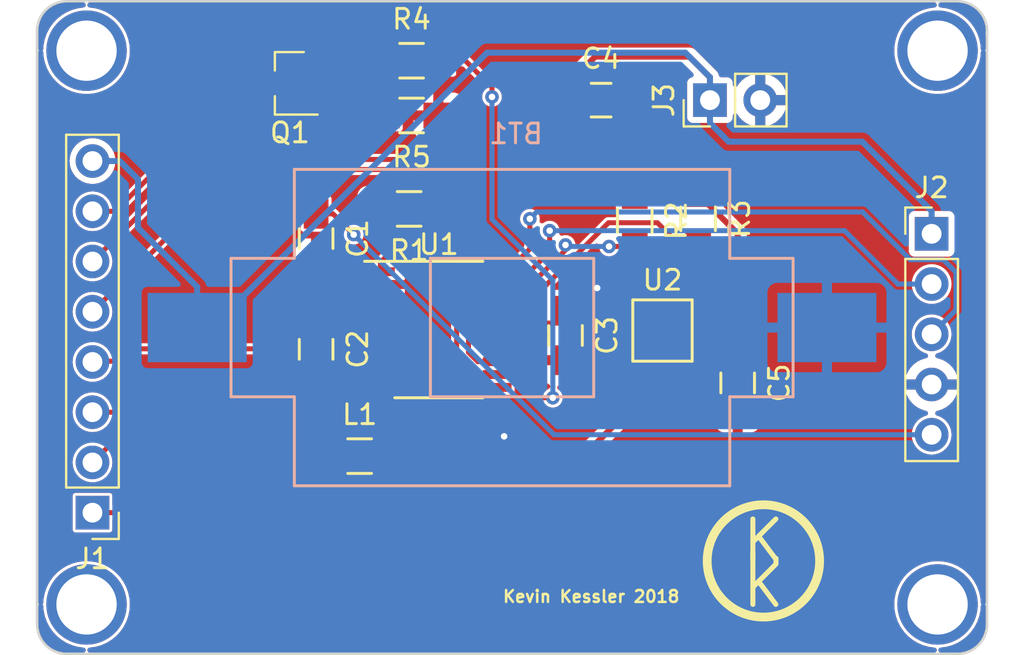
<source format=kicad_pcb>
(kicad_pcb (version 20221018) (generator pcbnew)
  (layers (0 "F.Cu" signal) (31 "B.Cu" signal) (34 "B.Paste" user) (35 "F.Paste" user) (36 "B.SilkS" user "B.Silkscreen") (37 "F.SilkS" user "F.Silkscreen") (38 "B.Mask" user) (39 "F.Mask" user) (44 "Edge.Cuts" user))
  (net 0 "")
  (net 1 "+3V3")
  (net 2 "GND")
  (net 3 "/NRST")
  (net 4 "Net-(C2-Pad1)")
  (net 5 "/BUSY")
  (net 6 "/RST")
  (net 7 "/DC")
  (net 8 "/SPI_CS")
  (net 9 "/SCK")
  (net 10 "/MOSI")
  (net 11 "/SWDIO")
  (net 12 "/SWCLK")
  (net 13 "Net-(R1-Pad1)")
  (net 14 "/SDA")
  (net 15 "/SCL")
  (net 16 "/EPD_GND")
  (net 17 "Net-(Q1-Pad1)")
  (net 18 "/EPD_POWER")
  (footprint "Capacitors_SMD:C_0805_HandSoldering" (layer "F.Cu") (at 114.1 92 -90)
    (fp_text reference "C1" (at 0 -2.1 270) (layer "F.SilkS"))
    (fp_text value "100n")
    (fp_line (start -0.5 0.85) (end 0.5 0.85) (stroke (width 0.15)) (layer "F.SilkS"))
    (fp_line (start 0.5 -0.85) (end -0.5 -0.85) (stroke (width 0.15)) (layer "F.SilkS"))
    (pad "1" smd rect (at -1.25 0 270) (size 1.5 1.25) (layers "F.Cu" "F.Paste" "F.Mask") (net 3 "/NRST"))
    (pad "2" smd rect (at 1.25 0 270) (size 1.5 1.25) (layers "F.Cu" "F.Paste" "F.Mask") (net 2 "GND"))
  )
  (footprint "Capacitors_SMD:C_0805_HandSoldering" (layer "F.Cu") (at 114.1 97.6 -90)
    (fp_text reference "C2" (at 0 -2.1 270) (layer "F.SilkS"))
    (fp_text value "100n")
    (fp_line (start -0.5 0.85) (end 0.5 0.85) (stroke (width 0.15)) (layer "F.SilkS"))
    (fp_line (start 0.5 -0.85) (end -0.5 -0.85) (stroke (width 0.15)) (layer "F.SilkS"))
    (pad "1" smd rect (at -1.25 0 270) (size 1.5 1.25) (layers "F.Cu" "F.Paste" "F.Mask") (net 4 "Net-(C2-Pad1)"))
    (pad "2" smd rect (at 1.25 0 270) (size 1.5 1.25) (layers "F.Cu" "F.Paste" "F.Mask") (net 2 "GND"))
  )
  (footprint "Capacitors_SMD:C_0805_HandSoldering" (layer "F.Cu") (at 126.7 96.9 -90)
    (fp_text reference "C3" (at 0 -2.1 270) (layer "F.SilkS"))
    (fp_text value "100n")
    (fp_line (start -0.5 0.85) (end 0.5 0.85) (stroke (width 0.15)) (layer "F.SilkS"))
    (fp_line (start 0.5 -0.85) (end -0.5 -0.85) (stroke (width 0.15)) (layer "F.SilkS"))
    (pad "1" smd rect (at -1.25 0 270) (size 1.5 1.25) (layers "F.Cu" "F.Paste" "F.Mask") (net 1 "+3V3"))
    (pad "2" smd rect (at 1.25 0 270) (size 1.5 1.25) (layers "F.Cu" "F.Paste" "F.Mask") (net 2 "GND"))
  )
  (footprint "Capacitors_SMD:C_0805_HandSoldering" (layer "F.Cu") (at 128.5 85)
    (fp_text reference "C4" (at 0 -2.1) (layer "F.SilkS"))
    (fp_text value "10u")
    (fp_line (start -0.5 0.85) (end 0.5 0.85) (stroke (width 0.15)) (layer "F.SilkS"))
    (fp_line (start 0.5 -0.85) (end -0.5 -0.85) (stroke (width 0.15)) (layer "F.SilkS"))
    (pad "1" smd rect (at -1.25 0) (size 1.5 1.25) (layers "F.Cu" "F.Paste" "F.Mask") (net 1 "+3V3"))
    (pad "2" smd rect (at 1.25 0) (size 1.5 1.25) (layers "F.Cu" "F.Paste" "F.Mask") (net 2 "GND"))
  )
  (footprint "Capacitors_SMD:C_0805_HandSoldering" (layer "F.Cu") (at 135.4 99.3 -90)
    (fp_text reference "C5" (at 0 -2.1 270) (layer "F.SilkS"))
    (fp_text value "100n")
    (fp_line (start -0.5 0.85) (end 0.5 0.85) (stroke (width 0.15)) (layer "F.SilkS"))
    (fp_line (start 0.5 -0.85) (end -0.5 -0.85) (stroke (width 0.15)) (layer "F.SilkS"))
    (pad "1" smd rect (at -1.25 0 270) (size 1.5 1.25) (layers "F.Cu" "F.Paste" "F.Mask") (net 1 "+3V3"))
    (pad "2" smd rect (at 1.25 0 270) (size 1.5 1.25) (layers "F.Cu" "F.Paste" "F.Mask") (net 2 "GND"))
  )
  (footprint "Pin_Headers:Pin_Header_Straight_1x08_Pitch2.54mm" (layer "F.Cu") (at 102.8 105.86 180)
    (fp_text reference "J1" (at 0 -2.33 180) (layer "F.SilkS"))
    (fp_text value "Conn_01x08")
    (fp_line (start -1.33 -1.33) (end 0 -1.33) (stroke (width 0.12)) (layer "F.SilkS"))
    (fp_line (start -1.33 0) (end -1.33 -1.33) (stroke (width 0.12)) (layer "F.SilkS"))
    (fp_line (start -1.33 1.27) (end -1.33 19.11) (stroke (width 0.12)) (layer "F.SilkS"))
    (fp_line (start -1.33 1.27) (end 1.33 1.27) (stroke (width 0.12)) (layer "F.SilkS"))
    (fp_line (start -1.33 19.11) (end 1.33 19.11) (stroke (width 0.12)) (layer "F.SilkS"))
    (fp_line (start 1.33 1.27) (end 1.33 19.11) (stroke (width 0.12)) (layer "F.SilkS"))
    (pad "1" thru_hole rect (at 0 0 180) (size 1.7 1.7) (drill 1) (layers "*.Cu" "*.Mask") (net 5 "/BUSY"))
    (pad "2" thru_hole oval (at 0 2.54 180) (size 1.7 1.7) (drill 1) (layers "*.Cu" "*.Mask") (net 6 "/RST"))
    (pad "3" thru_hole oval (at 0 5.08 180) (size 1.7 1.7) (drill 1) (layers "*.Cu" "*.Mask") (net 7 "/DC"))
    (pad "4" thru_hole oval (at 0 7.62 180) (size 1.7 1.7) (drill 1) (layers "*.Cu" "*.Mask") (net 8 "/SPI_CS"))
    (pad "5" thru_hole oval (at 0 10.16 180) (size 1.7 1.7) (drill 1) (layers "*.Cu" "*.Mask") (net 9 "/SCK"))
    (pad "6" thru_hole oval (at 0 12.7 180) (size 1.7 1.7) (drill 1) (layers "*.Cu" "*.Mask") (net 10 "/MOSI"))
    (pad "7" thru_hole oval (at 0 15.24 180) (size 1.7 1.7) (drill 1) (layers "*.Cu" "*.Mask") (net 16 "/EPD_GND"))
    (pad "8" thru_hole oval (at 0 17.78 180) (size 1.7 1.7) (drill 1) (layers "*.Cu" "*.Mask") (net 1 "+3V3"))
  )
  (footprint "Pin_Headers:Pin_Header_Straight_1x05_Pitch2.54mm" (layer "F.Cu") (at 145.2 91.76)
    (fp_text reference "J2" (at 0 -2.33) (layer "F.SilkS"))
    (fp_text value "Conn_01x05")
    (fp_line (start -1.33 -1.33) (end 0 -1.33) (stroke (width 0.12)) (layer "F.SilkS"))
    (fp_line (start -1.33 0) (end -1.33 -1.33) (stroke (width 0.12)) (layer "F.SilkS"))
    (fp_line (start -1.33 1.27) (end -1.33 11.49) (stroke (width 0.12)) (layer "F.SilkS"))
    (fp_line (start -1.33 1.27) (end 1.33 1.27) (stroke (width 0.12)) (layer "F.SilkS"))
    (fp_line (start -1.33 11.49) (end 1.33 11.49) (stroke (width 0.12)) (layer "F.SilkS"))
    (fp_line (start 1.33 1.27) (end 1.33 11.49) (stroke (width 0.12)) (layer "F.SilkS"))
    (pad "1" thru_hole rect (at 0 0) (size 1.7 1.7) (drill 1) (layers "*.Cu" "*.Mask") (net 1 "+3V3"))
    (pad "2" thru_hole oval (at 0 2.54) (size 1.7 1.7) (drill 1) (layers "*.Cu" "*.Mask") (net 11 "/SWDIO"))
    (pad "3" thru_hole oval (at 0 5.08) (size 1.7 1.7) (drill 1) (layers "*.Cu" "*.Mask") (net 12 "/SWCLK"))
    (pad "4" thru_hole oval (at 0 7.62) (size 1.7 1.7) (drill 1) (layers "*.Cu" "*.Mask") (net 2 "GND"))
    (pad "5" thru_hole oval (at 0 10.16) (size 1.7 1.7) (drill 1) (layers "*.Cu" "*.Mask") (net 3 "/NRST"))
  )
  (footprint "Pin_Headers:Pin_Header_Straight_1x02_Pitch2.54mm" (layer "F.Cu") (at 134 85 90)
    (fp_text reference "J3" (at 0 -2.33 90) (layer "F.SilkS"))
    (fp_text value "Conn_01x02")
    (fp_line (start -1.33 -1.33) (end 0 -1.33) (stroke (width 0.12)) (layer "F.SilkS"))
    (fp_line (start -1.33 0) (end -1.33 -1.33) (stroke (width 0.12)) (layer "F.SilkS"))
    (fp_line (start -1.33 1.27) (end -1.33 3.87) (stroke (width 0.12)) (layer "F.SilkS"))
    (fp_line (start -1.33 1.27) (end 1.33 1.27) (stroke (width 0.12)) (layer "F.SilkS"))
    (fp_line (start -1.33 3.87) (end 1.33 3.87) (stroke (width 0.12)) (layer "F.SilkS"))
    (fp_line (start 1.33 1.27) (end 1.33 3.87) (stroke (width 0.12)) (layer "F.SilkS"))
    (pad "1" thru_hole rect (at 0 0 90) (size 1.7 1.7) (drill 1) (layers "*.Cu" "*.Mask") (net 1 "+3V3"))
    (pad "2" thru_hole oval (at 0 2.54 90) (size 1.7 1.7) (drill 1) (layers "*.Cu" "*.Mask") (net 2 "GND"))
  )
  (footprint "Resistors_SMD:R_0805_HandSoldering" (layer "F.Cu") (at 116.3 103)
    (fp_text reference "L1" (at 0 -2.1) (layer "F.SilkS"))
    (fp_text value "600Ohm")
    (fp_line (start -0.6 -0.875) (end 0.6 -0.875) (stroke (width 0.15)) (layer "F.SilkS"))
    (fp_line (start 0.6 0.875) (end -0.6 0.875) (stroke (width 0.15)) (layer "F.SilkS"))
    (pad "1" smd rect (at -1.35 0) (size 1.5 1.3) (layers "F.Cu" "F.Paste" "F.Mask") (net 1 "+3V3"))
    (pad "2" smd rect (at 1.35 0) (size 1.5 1.3) (layers "F.Cu" "F.Paste" "F.Mask") (net 4 "Net-(C2-Pad1)"))
  )
  (footprint "KevinLibrary:TH-M3" (layer "F.Cu") (at 145.5 110.5)
    (fp_text reference "MP1" hide)
    (fp_text value "MOUNTHOLE" hide)
    (pad "" np_thru_hole circle (at 0 0) (size 4.064 4.064) (drill 3.048) (layers "*.Cu" "*.Mask"))
  )
  (footprint "KevinLibrary:TH-M3" (layer "F.Cu") (at 102.5 82.5)
    (fp_text reference "MP2" hide)
    (fp_text value "MOUNTHOLE" hide)
    (pad "" np_thru_hole circle (at 0 0) (size 4.064 4.064) (drill 3.048) (layers "*.Cu" "*.Mask"))
  )
  (footprint "KevinLibrary:TH-M3" (layer "F.Cu") (at 102.5 110.5)
    (fp_text reference "MP3" hide)
    (fp_text value "MOUNTHOLE" hide)
    (pad "" np_thru_hole circle (at 0 0) (size 4.064 4.064) (drill 3.048) (layers "*.Cu" "*.Mask"))
  )
  (footprint "KevinLibrary:TH-M3" (layer "F.Cu") (at 145.5 82.5)
    (fp_text reference "MP4" hide)
    (fp_text value "MOUNTHOLE" hide)
    (pad "" np_thru_hole circle (at 0 0) (size 4.064 4.064) (drill 3.048) (layers "*.Cu" "*.Mask"))
  )
  (footprint "Resistors_SMD:R_0805_HandSoldering" (layer "F.Cu") (at 118.8 90.5 180)
    (fp_text reference "R1" (at 0 -2.1 180) (layer "F.SilkS"))
    (fp_text value "10K")
    (fp_line (start -0.6 -0.875) (end 0.6 -0.875) (stroke (width 0.15)) (layer "F.SilkS"))
    (fp_line (start 0.6 0.875) (end -0.6 0.875) (stroke (width 0.15)) (layer "F.SilkS"))
    (pad "1" smd rect (at -1.35 0 180) (size 1.5 1.3) (layers "F.Cu" "F.Paste" "F.Mask") (net 13 "Net-(R1-Pad1)"))
    (pad "2" smd rect (at 1.35 0 180) (size 1.5 1.3) (layers "F.Cu" "F.Paste" "F.Mask") (net 2 "GND"))
  )
  (footprint "Resistors_SMD:R_0805_HandSoldering" (layer "F.Cu") (at 130.2 91.1 -90)
    (fp_text reference "R2" (at 0 -2.1 270) (layer "F.SilkS"))
    (fp_text value "10K")
    (fp_line (start -0.6 -0.875) (end 0.6 -0.875) (stroke (width 0.15)) (layer "F.SilkS"))
    (fp_line (start 0.6 0.875) (end -0.6 0.875) (stroke (width 0.15)) (layer "F.SilkS"))
    (pad "1" smd rect (at -1.35 0 270) (size 1.5 1.3) (layers "F.Cu" "F.Paste" "F.Mask") (net 1 "+3V3"))
    (pad "2" smd rect (at 1.35 0 270) (size 1.5 1.3) (layers "F.Cu" "F.Paste" "F.Mask") (net 14 "/SDA"))
  )
  (footprint "Resistors_SMD:R_0805_HandSoldering" (layer "F.Cu") (at 133.4 91 -90)
    (fp_text reference "R3" (at 0 -2.1 270) (layer "F.SilkS"))
    (fp_text value "10K")
    (fp_line (start -0.6 -0.875) (end 0.6 -0.875) (stroke (width 0.15)) (layer "F.SilkS"))
    (fp_line (start 0.6 0.875) (end -0.6 0.875) (stroke (width 0.15)) (layer "F.SilkS"))
    (pad "1" smd rect (at -1.35 0 270) (size 1.5 1.3) (layers "F.Cu" "F.Paste" "F.Mask") (net 1 "+3V3"))
    (pad "2" smd rect (at 1.35 0 270) (size 1.5 1.3) (layers "F.Cu" "F.Paste" "F.Mask") (net 15 "/SCL"))
  )
  (footprint "Housings_SSOP:TSSOP-20_4.4x6.5mm_Pitch0.65mm" (layer "F.Cu") (at 120.3 96.6)
    (fp_text reference "U1" (at 0 -4.3) (layer "F.SilkS"))
    (fp_text value "STM32L031Fx")
    (fp_line (start -3.75 -3.45) (end 2.225 -3.45) (stroke (width 0.15)) (layer "F.SilkS"))
    (fp_line (start -2.225 3.45) (end 2.225 3.45) (stroke (width 0.15)) (layer "F.SilkS"))
    (pad "1" smd rect (at -2.95 -2.925) (size 1.45 0.45) (layers "F.Cu" "F.Paste" "F.Mask") (net 13 "Net-(R1-Pad1)"))
    (pad "2" smd rect (at -2.95 -2.275) (size 1.45 0.45) (layers "F.Cu" "F.Paste" "F.Mask") (net 2 "GND"))
    (pad "3" smd rect (at -2.95 -1.625) (size 1.45 0.45) (layers "F.Cu" "F.Paste" "F.Mask") (net 2 "GND"))
    (pad "4" smd rect (at -2.95 -0.975) (size 1.45 0.45) (layers "F.Cu" "F.Paste" "F.Mask") (net 3 "/NRST"))
    (pad "5" smd rect (at -2.95 -0.325) (size 1.45 0.45) (layers "F.Cu" "F.Paste" "F.Mask") (net 4 "Net-(C2-Pad1)"))
    (pad "6" smd rect (at -2.95 0.325) (size 1.45 0.45) (layers "F.Cu" "F.Paste" "F.Mask") (net 2 "GND"))
    (pad "7" smd rect (at -2.95 0.975) (size 1.45 0.45) (layers "F.Cu" "F.Paste" "F.Mask") (net 8 "/SPI_CS"))
    (pad "8" smd rect (at -2.95 1.625) (size 1.45 0.45) (layers "F.Cu" "F.Paste" "F.Mask") (net 7 "/DC"))
    (pad "9" smd rect (at -2.95 2.275) (size 1.45 0.45) (layers "F.Cu" "F.Paste" "F.Mask") (net 6 "/RST"))
    (pad "10" smd rect (at -2.95 2.925) (size 1.45 0.45) (layers "F.Cu" "F.Paste" "F.Mask") (net 5 "/BUSY"))
    (pad "11" smd rect (at 2.95 2.925) (size 1.45 0.45) (layers "F.Cu" "F.Paste" "F.Mask") (net 9 "/SCK"))
    (pad "12" smd rect (at 2.95 2.275) (size 1.45 0.45) (layers "F.Cu" "F.Paste" "F.Mask") (net 18 "/EPD_POWER"))
    (pad "13" smd rect (at 2.95 1.625) (size 1.45 0.45) (layers "F.Cu" "F.Paste" "F.Mask") (net 10 "/MOSI"))
    (pad "14" smd rect (at 2.95 0.975) (size 1.45 0.45) (layers "F.Cu" "F.Paste" "F.Mask") (net 2 "GND"))
    (pad "15" smd rect (at 2.95 0.325) (size 1.45 0.45) (layers "F.Cu" "F.Paste" "F.Mask") (net 2 "GND"))
    (pad "16" smd rect (at 2.95 -0.325) (size 1.45 0.45) (layers "F.Cu" "F.Paste" "F.Mask") (net 1 "+3V3"))
    (pad "17" smd rect (at 2.95 -0.975) (size 1.45 0.45) (layers "F.Cu" "F.Paste" "F.Mask") (net 15 "/SCL"))
    (pad "18" smd rect (at 2.95 -1.625) (size 1.45 0.45) (layers "F.Cu" "F.Paste" "F.Mask") (net 14 "/SDA"))
    (pad "19" smd rect (at 2.95 -2.275) (size 1.45 0.45) (layers "F.Cu" "F.Paste" "F.Mask") (net 11 "/SWDIO"))
    (pad "20" smd rect (at 2.95 -2.925) (size 1.45 0.45) (layers "F.Cu" "F.Paste" "F.Mask") (net 12 "/SWCLK"))
  )
  (footprint "KevinLibrary:SI7021" (layer "F.Cu") (at 131.6 96.6)
    (fp_text reference "U2" (at 0 -2.5) (layer "F.SilkS"))
    (fp_text value "SI7021")
    (fp_line (start -1.5 -1.5) (end 1.5 -1.5) (stroke (width 0.15)) (layer "F.SilkS"))
    (fp_line (start -1.5 1.6) (end -1.5 -1.5) (stroke (width 0.15)) (layer "F.SilkS"))
    (fp_line (start 1.5 -1.5) (end 1.5 1.6) (stroke (width 0.15)) (layer "F.SilkS"))
    (fp_line (start 1.5 1.6) (end -1.5 1.6) (stroke (width 0.15)) (layer "F.SilkS"))
    (pad "" smd rect (at 0 0) (size 1.5 2.4) (layers "F.Cu" "F.Paste" "F.Mask"))
    (pad "1" smd rect (at -1.45 -1.025) (size 0.85 0.45) (layers "F.Cu" "F.Paste" "F.Mask") (net 14 "/SDA"))
    (pad "2" smd rect (at -1.45 0) (size 0.85 0.45) (layers "F.Cu" "F.Paste" "F.Mask") (net 2 "GND"))
    (pad "3" smd rect (at -1.45 1.025) (size 0.85 0.45) (layers "F.Cu" "F.Paste" "F.Mask"))
    (pad "4" smd rect (at 1.45 1.025) (size 0.85 0.45) (layers "F.Cu" "F.Paste" "F.Mask"))
    (pad "5" smd rect (at 1.455 0) (size 0.85 0.45) (layers "F.Cu" "F.Paste" "F.Mask") (net 1 "+3V3"))
    (pad "6" smd rect (at 1.45 -1.025) (size 0.85 0.45) (layers "F.Cu" "F.Paste" "F.Mask") (net 15 "/SCL"))
  )
  (footprint "KevinLibrary:VIA_13MIL" (layer "F.Cu") (at 128.3 94.5)
    (fp_text reference "REF**" hide)
    (fp_text value "VIA_13MIL" hide)
    (pad "1" thru_hole circle (at 0 0) (size 0.6858 0.6858) (drill 0.3302) (layers "*.Cu") (net 2 "GND"))
  )
  (footprint "KevinLibrary:VIA_13MIL" (layer "F.Cu") (at 123.6 102)
    (fp_text reference "REF**" hide)
    (fp_text value "VIA_13MIL" hide)
    (pad "1" thru_hole circle (at 0 0) (size 0.6858 0.6858) (drill 0.3302) (layers "*.Cu") (net 2 "GND"))
  )
  (footprint "KevinLibrary:Logo" (layer "F.Cu") (at 136.7 108.3)
    (fp_text reference "REF**" hide)
    (fp_text value "Logo" hide)
    (fp_text user "K" (at 0 -1.016) (layer "F.SilkS") (effects (font (size 2.032 2.032) (thickness 0.254))))
    (fp_text user "K" (at 0 1.27) (layer "F.SilkS") (effects (font (size 2.032 2.032) (thickness 0.254))))
    (fp_line (start -0.5334 -0.381) (end -0.5334 0.127) (stroke (width 0.254)) (layer "F.SilkS"))
    (fp_line (start 0.635 -0.127) (end 0.635 0.127) (stroke (width 0.254)) (layer "F.SilkS"))
    (fp_circle (center 0 0) (end 2.54 -1.27) (stroke (width 0.4445)) (fill none) (layer "F.SilkS"))
  )
  (footprint "TO_SOT_Packages_SMD:SOT-23" (layer "F.Cu") (at 112.776 84.1502 180)
    (fp_text reference "Q1" (at 0 -2.5 180) (layer "F.SilkS"))
    (fp_text value "IRLML6344")
    (fp_line (start 0.76 -1.58) (end -1.4 -1.58) (stroke (width 0.12)) (layer "F.SilkS"))
    (fp_line (start 0.76 -1.58) (end 0.76 -0.65) (stroke (width 0.12)) (layer "F.SilkS"))
    (fp_line (start 0.76 1.58) (end -0.7 1.58) (stroke (width 0.12)) (layer "F.SilkS"))
    (fp_line (start 0.76 1.58) (end 0.76 0.65) (stroke (width 0.12)) (layer "F.SilkS"))
    (pad "1" smd rect (at -1 -0.95 180) (size 0.9 0.8) (layers "F.Cu" "F.Paste" "F.Mask") (net 17 "Net-(Q1-Pad1)"))
    (pad "2" smd rect (at -1 0.95 180) (size 0.9 0.8) (layers "F.Cu" "F.Paste" "F.Mask") (net 2 "GND"))
    (pad "3" smd rect (at 1 0 180) (size 0.9 0.8) (layers "F.Cu" "F.Paste" "F.Mask") (net 16 "/EPD_GND"))
  )
  (footprint "Resistors_SMD:R_0805_HandSoldering" (layer "F.Cu") (at 118.9228 83.0072)
    (fp_text reference "R4" (at 0 -2.1) (layer "F.SilkS"))
    (fp_text value "100R")
    (fp_line (start -0.6 -0.875) (end 0.6 -0.875) (stroke (width 0.15)) (layer "F.SilkS"))
    (fp_line (start 0.6 0.875) (end -0.6 0.875) (stroke (width 0.15)) (layer "F.SilkS"))
    (pad "1" smd rect (at -1.35 0) (size 1.5 1.3) (layers "F.Cu" "F.Paste" "F.Mask") (net 17 "Net-(Q1-Pad1)"))
    (pad "2" smd rect (at 1.35 0) (size 1.5 1.3) (layers "F.Cu" "F.Paste" "F.Mask") (net 18 "/EPD_POWER"))
  )
  (footprint "Resistors_SMD:R_0805_HandSoldering" (layer "F.Cu") (at 118.9228 85.7758 180)
    (fp_text reference "R5" (at 0 -2.1 180) (layer "F.SilkS"))
    (fp_text value "100K")
    (fp_line (start -0.6 -0.875) (end 0.6 -0.875) (stroke (width 0.15)) (layer "F.SilkS"))
    (fp_line (start 0.6 0.875) (end -0.6 0.875) (stroke (width 0.15)) (layer "F.SilkS"))
    (pad "1" smd rect (at -1.35 0 180) (size 1.5 1.3) (layers "F.Cu" "F.Paste" "F.Mask") (net 2 "GND"))
    (pad "2" smd rect (at 1.35 0 180) (size 1.5 1.3) (layers "F.Cu" "F.Paste" "F.Mask") (net 17 "Net-(Q1-Pad1)"))
  )
  (footprint "KevinLibrary:CR2032_BATTERY_HOLDER" (layer "B.Cu") (at 124 96.5)
    (fp_text reference "BT1" (at 0.1989 -9.7964) (layer "B.SilkS") (effects (justify mirror)))
    (fp_text value "Battery_Cell")
    (fp_line (start -14.2 3.5) (end -14.2 -3.5) (stroke (width 0.15)) (layer "B.SilkS"))
    (fp_line (start -11 -8) (end -11 -3.5) (stroke (width 0.15)) (layer "B.SilkS"))
    (fp_line (start -11 -8) (end 11 -8) (stroke (width 0.15)) (layer "B.SilkS"))
    (fp_line (start -11 -3.5) (end -14.2 -3.5) (stroke (width 0.15)) (layer "B.SilkS"))
    (fp_line (start -11 3.5) (end -14.2 3.5) (stroke (width 0.15)) (layer "B.SilkS"))
    (fp_line (start -11 8) (end -11 3.5) (stroke (width 0.15)) (layer "B.SilkS"))
    (fp_line (start -11 8) (end 11 8) (stroke (width 0.15)) (layer "B.SilkS"))
    (fp_line (start -4.125 -3.5) (end -4.125 3.5) (stroke (width 0.15)) (layer "B.SilkS"))
    (fp_line (start -4.125 3.5) (end 4.125 3.5) (stroke (width 0.15)) (layer "B.SilkS"))
    (fp_line (start 4.125 -3.5) (end -4.125 -3.5) (stroke (width 0.15)) (layer "B.SilkS"))
    (fp_line (start 4.125 3.5) (end 4.125 -3.5) (stroke (width 0.15)) (layer "B.SilkS"))
    (fp_line (start 11 -8) (end 11 -3.5) (stroke (width 0.15)) (layer "B.SilkS"))
    (fp_line (start 11 -3.5) (end 14.2 -3.5) (stroke (width 0.15)) (layer "B.SilkS"))
    (fp_line (start 11 3.5) (end 14.2 3.5) (stroke (width 0.15)) (layer "B.SilkS"))
    (fp_line (start 11 8) (end 11 3.5) (stroke (width 0.15)) (layer "B.SilkS"))
    (fp_line (start 14.2 3.5) (end 14.2 -3.5) (stroke (width 0.15)) (layer "B.SilkS"))
    (pad "1" smd rect (at -15.91 0) (size 5 3.5) (layers "B.Cu" "B.Paste" "B.Mask") (net 1 "+3V3"))
    (pad "2" smd rect (at 15.91 0) (size 5 3.5) (layers "B.Cu" "B.Paste" "B.Mask") (net 2 "GND"))
  )
  (gr_line (start 100 81.5) (end 100 111.5) (stroke (width 0.127)) (layer "Edge.Cuts"))
  (gr_line (start 101.5 113) (end 146.5 113) (stroke (width 0.127)) (layer "Edge.Cuts"))
  (gr_arc (start 148 111.5) (mid 147.56066 112.56066) (end 146.5 113) (stroke (width 0.127)) (layer "Edge.Cuts"))
  (gr_arc (start 100 81.5) (mid 100.43934 80.43934) (end 101.5 80) (stroke (width 0.127)) (layer "Edge.Cuts"))
  (gr_arc (start 101.5 113) (mid 100.43934 112.56066) (end 100 111.5) (stroke (width 0.127)) (layer "Edge.Cuts"))
  (gr_arc (start 146.5 80) (mid 147.626032 80.509014) (end 147.987842 81.690597) (stroke (width 0.127)) (layer "Edge.Cuts"))
  (gr_line (start 101.5 80) (end 146.5 80) (stroke (width 0.127)) (layer "Edge.Cuts"))
  (gr_line (start 148 81.5) (end 148 111.5) (stroke (width 0.127)) (layer "Edge.Cuts"))
  (gr_text "Kevin Kessler 2018" (at 128 110.1) (layer "F.SilkS") (effects (font (size 0.6 0.6) (thickness 0.127))))
  (segment (start 126.7 95.65) (end 126.7 95.775) (width 0.3048) (layer "F.Cu") (net 1))
  (segment (start 130.2 89.75) (end 133.3 89.75) (width 0.3048) (layer "F.Cu") (net 1))
  (segment (start 127.25 85) (end 127.375 85) (width 0.3048) (layer "F.Cu") (net 1))
  (segment (start 114.95 103) (end 114.95 103.9548) (width 0.3048) (layer "F.Cu") (net 1))
  (segment (start 134 85) (end 134 83.8452) (width 0.3048) (layer "F.Cu") (net 1))
  (segment (start 126.075 96.275) (end 126.7 95.65) (width 0.254) (layer "F.Cu") (net 1))
  (segment (start 130.225 99.3) (end 133.2202 99.3) (width 0.3048) (layer "F.Cu") (net 1))
  (segment (start 133.95 96.6) (end 135.4 98.05) (width 0.3048) (layer "F.Cu") (net 1))
  (segment (start 130.2 87.825) (end 130.2 88.6952) (width 0.3048) (layer "F.Cu") (net 1))
  (segment (start 127.375 85) (end 130.2 87.825) (width 0.3048) (layer "F.Cu") (net 1))
  (segment (start 135.4 91.75) (end 135.4 96.9952) (width 0.3048) (layer "F.Cu") (net 1))
  (segment (start 127.25 83.75) (end 127.25 85) (width 0.3048) (layer "F.Cu") (net 1))
  (segment (start 130.2 88.6952) (end 130.2 89.75) (width 0.3048) (layer "F.Cu") (net 1))
  (segment (start 133.4 89.65) (end 133.4 89.75) (width 0.3048) (layer "F.Cu") (net 1))
  (segment (start 135.4 96.9952) (end 135.4 98.05) (width 0.3048) (layer "F.Cu") (net 1))
  (segment (start 114.95 103.9548) (end 115.7952 104.8) (width 0.3048) (layer "F.Cu") (net 1))
  (segment (start 126.7 95.775) (end 130.225 99.3) (width 0.3048) (layer "F.Cu") (net 1))
  (segment (start 134.4702 98.05) (end 135.4 98.05) (width 0.3048) (layer "F.Cu") (net 1))
  (segment (start 133.4 89.75) (end 135.4 91.75) (width 0.3048) (layer "F.Cu") (net 1))
  (segment (start 133.055 96.6) (end 133.95 96.6) (width 0.3048) (layer "F.Cu") (net 1))
  (segment (start 123.25 96.275) (end 126.075 96.275) (width 0.254) (layer "F.Cu") (net 1))
  (segment (start 115.7952 104.8) (end 125.8 104.8) (width 0.3048) (layer "F.Cu") (net 1))
  (segment (start 134 83.8452) (end 132.9548 82.8) (width 0.3048) (layer "F.Cu") (net 1))
  (segment (start 128.2 82.8) (end 127.25 83.75) (width 0.3048) (layer "F.Cu") (net 1))
  (segment (start 132.9548 82.8) (end 128.2 82.8) (width 0.3048) (layer "F.Cu") (net 1))
  (segment (start 133.3 89.75) (end 133.4 89.65) (width 0.3048) (layer "F.Cu") (net 1))
  (segment (start 133.2202 99.3) (end 134.4702 98.05) (width 0.3048) (layer "F.Cu") (net 1))
  (segment (start 125.8 104.8) (end 130.225 100.375) (width 0.3048) (layer "F.Cu") (net 1))
  (segment (start 130.225 100.375) (end 130.225 99.3) (width 0.3048) (layer "F.Cu") (net 1))
  (segment (start 108.84 96.5) (end 122.74 82.6) (width 0.3048) (layer "B.Cu") (net 1))
  (segment (start 108.09 94.4452) (end 105.1 91.4552) (width 0.3048) (layer "B.Cu") (net 1))
  (segment (start 134 83.8452) (end 134 85) (width 0.3048) (layer "B.Cu") (net 1))
  (segment (start 122.74 82.6) (end 132.7548 82.6) (width 0.3048) (layer "B.Cu") (net 1))
  (segment (start 105.1 89) (end 104.18 88.08) (width 0.3048) (layer "B.Cu") (net 1))
  (segment (start 104.18 88.08) (end 102.8 88.08) (width 0.3048) (layer "B.Cu") (net 1))
  (segment (start 108.09 96.5) (end 108.09 94.4452) (width 0.3048) (layer "B.Cu") (net 1))
  (segment (start 145.2 91.76) (end 145.2 90.6052) (width 0.3048) (layer "B.Cu") (net 1))
  (segment (start 134 86.1548) (end 134 85) (width 0.3048) (layer "B.Cu") (net 1))
  (segment (start 108.09 96.5) (end 108.84 96.5) (width 0.3048) (layer "B.Cu") (net 1))
  (segment (start 132.7548 82.6) (end 134 83.8452) (width 0.3048) (layer "B.Cu") (net 1))
  (segment (start 105.1 91.4552) (end 105.1 89) (width 0.3048) (layer "B.Cu") (net 1))
  (segment (start 134.9452 87.1) (end 134 86.1548) (width 0.3048) (layer "B.Cu") (net 1))
  (segment (start 145.2 90.6052) (end 141.6948 87.1) (width 0.3048) (layer "B.Cu") (net 1))
  (segment (start 141.6948 87.1) (end 134.9452 87.1) (width 0.3048) (layer "B.Cu") (net 1))
  (segment (start 125.821 98.15) (end 124.596 96.925) (width 0.254) (layer "F.Cu") (net 2))
  (segment (start 126.7 98.15) (end 125.821 98.15) (width 0.254) (layer "F.Cu") (net 2))
  (segment (start 124.596 96.925) (end 124.327242 96.925) (width 0.254) (layer "F.Cu") (net 2))
  (segment (start 115.106001 91.881001) (end 114.1 90.875) (width 0.254) (layer "F.Cu") (net 3))
  (segment (start 117.35 95.625) (end 116.371 95.625) (width 0.254) (layer "F.Cu") (net 3))
  (segment (start 116.371 95.625) (end 115.106001 94.360001) (width 0.254) (layer "F.Cu") (net 3))
  (segment (start 114.95 90.75) (end 116 91.8) (width 0.254) (layer "F.Cu") (net 3))
  (segment (start 114.1 90.75) (end 114.95 90.75) (width 0.254) (layer "F.Cu") (net 3))
  (segment (start 114.1 90.875) (end 114.1 90.75) (width 0.254) (layer "F.Cu") (net 3))
  (segment (start 115.106001 94.360001) (end 115.106001 91.881001) (width 0.254) (layer "F.Cu") (net 3))
  (via (at 116 91.8) (size 0.6858) (drill 0.3302) (layers "F.Cu" "B.Cu") (net 3))
  (segment (start 116 91.8) (end 126.12 101.92) (width 0.254) (layer "B.Cu") (net 3))
  (segment (start 126.12 101.92) (end 145.2 101.92) (width 0.254) (layer "B.Cu") (net 3))
  (segment (start 117.65 103) (end 117.65 102.096) (width 0.254) (layer "F.Cu") (net 4))
  (segment (start 118.329 96.275) (end 117.35 96.275) (width 0.254) (layer "F.Cu") (net 4))
  (segment (start 118.456001 96.402001) (end 118.329 96.275) (width 0.254) (layer "F.Cu") (net 4))
  (segment (start 118.456001 101.289999) (end 118.456001 96.402001) (width 0.254) (layer "F.Cu") (net 4))
  (segment (start 117.65 102.096) (end 118.456001 101.289999) (width 0.254) (layer "F.Cu") (net 4))
  (segment (start 114.175 96.275) (end 114.1 96.35) (width 0.254) (layer "F.Cu") (net 4))
  (segment (start 117.35 96.275) (end 114.175 96.275) (width 0.254) (layer "F.Cu") (net 4))
  (segment (start 114.181801 101.918199) (end 108.081801 101.918199) (width 0.254) (layer "F.Cu") (net 5))
  (segment (start 108.081801 101.918199) (end 104.14 105.86) (width 0.254) (layer "F.Cu") (net 5))
  (segment (start 117.35 99.525) (end 117.35 100.004) (width 0.254) (layer "F.Cu") (net 5))
  (segment (start 116.096 100.004) (end 114.181801 101.918199) (width 0.254) (layer "F.Cu") (net 5))
  (segment (start 117.35 100.004) (end 116.096 100.004) (width 0.254) (layer "F.Cu") (net 5))
  (segment (start 104.14 105.86) (end 102.8 105.86) (width 0.254) (layer "F.Cu") (net 5))
  (segment (start 103.649999 102.470001) (end 102.8 103.32) (width 0.254) (layer "F.Cu") (net 6))
  (segment (start 116.65025 98.875) (end 114.064261 101.460989) (width 0.254) (layer "F.Cu") (net 6))
  (segment (start 114.064261 101.460989) (end 104.659011 101.460989) (width 0.254) (layer "F.Cu") (net 6))
  (segment (start 104.659011 101.460989) (end 103.649999 102.470001) (width 0.254) (layer "F.Cu") (net 6))
  (segment (start 117.35 98.875) (end 116.65025 98.875) (width 0.254) (layer "F.Cu") (net 6))
  (segment (start 117.35 98.225) (end 116.371 98.225) (width 0.254) (layer "F.Cu") (net 7))
  (segment (start 115.106001 99.489999) (end 115.106001 99.844499) (width 0.254) (layer "F.Cu") (net 7))
  (segment (start 104.002081 100.78) (end 102.8 100.78) (width 0.254) (layer "F.Cu") (net 7))
  (segment (start 116.371 98.225) (end 115.106001 99.489999) (width 0.254) (layer "F.Cu") (net 7))
  (segment (start 115.106001 99.844499) (end 114.1705 100.78) (width 0.254) (layer "F.Cu") (net 7))
  (segment (start 114.1705 100.78) (end 104.002081 100.78) (width 0.254) (layer "F.Cu") (net 7))
  (segment (start 104.625 97.575) (end 104 98.2) (width 0.254) (layer "F.Cu") (net 8))
  (segment (start 102.84 98.2) (end 102.8 98.24) (width 0.254) (layer "F.Cu") (net 8))
  (segment (start 104 98.2) (end 102.84 98.2) (width 0.254) (layer "F.Cu") (net 8))
  (segment (start 117.35 97.575) (end 104.625 97.575) (width 0.254) (layer "F.Cu") (net 8))
  (segment (start 123.25 99.525) (end 122.271 99.525) (width 0.254) (layer "F.Cu") (net 9))
  (segment (start 121.2 91.7) (end 121.6 91.3) (width 0.254) (layer "F.Cu") (net 9))
  (segment (start 121.6 88.9) (end 121.208011 88.508011) (width 0.254) (layer "F.Cu") (net 9))
  (segment (start 122.271 99.525) (end 121.2 98.454) (width 0.254) (layer "F.Cu") (net 9))
  (segment (start 121.6 91.3) (end 121.6 88.9) (width 0.254) (layer "F.Cu") (net 9))
  (segment (start 103.649999 94.850001) (end 102.8 95.7) (width 0.254) (layer "F.Cu") (net 9))
  (segment (start 121.208011 88.508011) (end 109.991989 88.508011) (width 0.254) (layer "F.Cu") (net 9))
  (segment (start 121.2 98.454) (end 121.2 91.7) (width 0.254) (layer "F.Cu") (net 9))
  (segment (start 109.991989 88.508011) (end 103.649999 94.850001) (width 0.254) (layer "F.Cu") (net 9))
  (segment (start 103.649999 92.310001) (end 102.8 93.16) (width 0.254) (layer "F.Cu") (net 10))
  (segment (start 122.271 98.225) (end 121.8 97.754) (width 0.254) (layer "F.Cu") (net 10))
  (segment (start 120.82525 88) (end 107.96 88) (width 0.254) (layer "F.Cu") (net 10))
  (segment (start 120.831659 87.993591) (end 120.82525 88) (width 0.254) (layer "F.Cu") (net 10))
  (segment (start 123.25 98.225) (end 122.271 98.225) (width 0.254) (layer "F.Cu") (net 10))
  (segment (start 122.006411 91.468339) (end 122.006411 88.73166) (width 0.254) (layer "F.Cu") (net 10))
  (segment (start 121.8 91.67475) (end 122.006411 91.468339) (width 0.254) (layer "F.Cu") (net 10))
  (segment (start 122.006411 88.73166) (end 121.268341 87.993591) (width 0.254) (layer "F.Cu") (net 10))
  (segment (start 121.268341 87.993591) (end 120.831659 87.993591) (width 0.254) (layer "F.Cu") (net 10))
  (segment (start 121.8 97.754) (end 121.8 91.67475) (width 0.254) (layer "F.Cu") (net 10))
  (segment (start 107.96 88) (end 103.649999 92.310001) (width 0.254) (layer "F.Cu") (net 10))
  (segment (start 123.25 94.325) (end 124.235802 94.325) (width 0.254) (layer "F.Cu") (net 11))
  (segment (start 124.235802 94.325) (end 125.9 92.660802) (width 0.254) (layer "F.Cu") (net 11))
  (segment (start 125.9 92.660802) (end 125.9 91.6) (width 0.254) (layer "F.Cu") (net 11))
  (via (at 125.9 91.6) (size 0.6858) (drill 0.3302) (layers "F.Cu" "B.Cu") (net 11))
  (segment (start 125.9 91.6) (end 140.8 91.6) (width 0.254) (layer "B.Cu") (net 11))
  (segment (start 143.5 94.3) (end 145.2 94.3) (width 0.254) (layer "B.Cu") (net 11))
  (segment (start 140.8 91.6) (end 143.5 94.3) (width 0.254) (layer "B.Cu") (net 11))
  (segment (start 123.25 93.675) (end 123.75 93.675) (width 0.254) (layer "F.Cu") (net 12))
  (segment (start 124.9 92.525) (end 124.9 91) (width 0.254) (layer "F.Cu") (net 12))
  (segment (start 123.75 93.675) (end 124.9 92.525) (width 0.254) (layer "F.Cu") (net 12))
  (via (at 124.9 91) (size 0.6858) (drill 0.3302) (layers "F.Cu" "B.Cu") (net 12))
  (segment (start 146.431001 93.709119) (end 146.431001 95.608999) (width 0.254) (layer "B.Cu") (net 12))
  (segment (start 145.790881 93.068999) (end 146.431001 93.709119) (width 0.254) (layer "B.Cu") (net 12))
  (segment (start 144.123197 93.068999) (end 145.790881 93.068999) (width 0.254) (layer "B.Cu") (net 12))
  (segment (start 124.9 91) (end 125.242899 90.657101) (width 0.254) (layer "B.Cu") (net 12))
  (segment (start 125.242899 90.657101) (end 141.711299 90.657101) (width 0.254) (layer "B.Cu") (net 12))
  (segment (start 146.431001 95.608999) (end 146.049999 95.990001) (width 0.254) (layer "B.Cu") (net 12))
  (segment (start 141.711299 90.657101) (end 144.123197 93.068999) (width 0.254) (layer "B.Cu") (net 12))
  (segment (start 146.049999 95.990001) (end 145.2 96.84) (width 0.254) (layer "B.Cu") (net 12))
  (segment (start 117.35 93.675) (end 117.35 93.196) (width 0.254) (layer "F.Cu") (net 13))
  (segment (start 117.35 93.196) (end 120.046 90.5) (width 0.254) (layer "F.Cu") (net 13))
  (segment (start 120.046 90.5) (end 120.15 90.5) (width 0.254) (layer "F.Cu") (net 13))
  (segment (start 130.2 95.525) (end 130.15 95.575) (width 0.254) (layer "F.Cu") (net 14))
  (segment (start 123.25 94.975) (end 124.304238 94.975) (width 0.254) (layer "F.Cu") (net 14))
  (segment (start 130.15 92.4) (end 130.2 92.45) (width 0.254) (layer "F.Cu") (net 14))
  (segment (start 126.7 92.579238) (end 126.7 92.32391) (width 0.254) (layer "F.Cu") (net 14))
  (segment (start 130.2 92.45) (end 130.2 95.525) (width 0.254) (layer "F.Cu") (net 14))
  (segment (start 124.304238 94.975) (end 126.7 92.579238) (width 0.254) (layer "F.Cu") (net 14))
  (segment (start 128.9 92.4) (end 130.15 92.4) (width 0.254) (layer "F.Cu") (net 14))
  (via (at 126.7 92.32391) (size 0.6858) (drill 0.3302) (layers "F.Cu" "B.Cu") (net 14))
  (via (at 128.9 92.4) (size 0.6858) (drill 0.3302) (layers "F.Cu" "B.Cu") (net 14))
  (segment (start 128.9 92.4) (end 126.77609 92.4) (width 0.254) (layer "B.Cu") (net 14))
  (segment (start 126.77609 92.4) (end 126.7 92.32391) (width 0.254) (layer "B.Cu") (net 14))
  (segment (start 124.446376 95.625) (end 128.871376 91.2) (width 0.254) (layer "F.Cu") (net 15))
  (segment (start 128.871376 91.2) (end 131.346 91.2) (width 0.254) (layer "F.Cu") (net 15))
  (segment (start 133.4 95.225) (end 133.05 95.575) (width 0.254) (layer "F.Cu") (net 15))
  (segment (start 123.25 95.625) (end 124.446376 95.625) (width 0.254) (layer "F.Cu") (net 15))
  (segment (start 131.346 91.2) (end 132.496 92.35) (width 0.254) (layer "F.Cu") (net 15))
  (segment (start 133.4 92.35) (end 133.4 95.225) (width 0.254) (layer "F.Cu") (net 15))
  (segment (start 132.496 92.35) (end 133.4 92.35) (width 0.254) (layer "F.Cu") (net 15))
  (segment (start 103.944 90.62) (end 102.8 90.62) (width 0.254) (layer "F.Cu") (net 16))
  (segment (start 110.4138 84.1502) (end 103.944 90.62) (width 0.254) (layer "F.Cu") (net 16))
  (segment (start 111.776 84.1502) (end 110.4138 84.1502) (width 0.254) (layer "F.Cu") (net 16))
  (segment (start 115.9002 85.7758) (end 115.2246 85.1002) (width 0.254) (layer "F.Cu") (net 17))
  (segment (start 117.5728 85.7758) (end 115.9002 85.7758) (width 0.254) (layer "F.Cu") (net 17))
  (segment (start 117.5728 83.9112) (end 117.5728 85.7758) (width 0.254) (layer "F.Cu") (net 17))
  (segment (start 117.5728 83.0072) (end 117.5728 83.9112) (width 0.254) (layer "F.Cu") (net 17))
  (segment (start 115.2246 85.1002) (end 113.776 85.1002) (width 0.254) (layer "F.Cu") (net 17))
  (segment (start 124.229 98.875) (end 125.4046 100.0506) (width 0.254) (layer "F.Cu") (net 18))
  (segment (start 121.642933 83.0072) (end 121.2768 83.0072) (width 0.254) (layer "F.Cu") (net 18))
  (segment (start 121.2768 83.0072) (end 120.2728 83.0072) (width 0.254) (layer "F.Cu") (net 18))
  (segment (start 125.4046 100.0506) (end 126.0602 100.0506) (width 0.254) (layer "F.Cu") (net 18))
  (segment (start 122.9868 84.836) (end 122.9868 84.351067) (width 0.254) (layer "F.Cu") (net 18))
  (segment (start 123.25 98.875) (end 124.229 98.875) (width 0.254) (layer "F.Cu") (net 18))
  (segment (start 122.9868 84.351067) (end 121.642933 83.0072) (width 0.254) (layer "F.Cu") (net 18))
  (via (at 126.0602 100.0506) (size 0.6858) (drill 0.3302) (layers "F.Cu" "B.Cu") (net 18))
  (via (at 122.9868 84.836) (size 0.6858) (drill 0.3302) (layers "F.Cu" "B.Cu") (net 18))
  (segment (start 126.0602 100.0506) (end 126.0602 94.107) (width 0.254) (layer "B.Cu") (net 18))
  (segment (start 122.9868 91.0336) (end 122.9868 84.836) (width 0.254) (layer "B.Cu") (net 18))
  (segment (start 126.0602 94.107) (end 122.9868 91.0336) (width 0.254) (layer "B.Cu") (net 18))
  (zone (net 2) (net_name "GND") (layer "F.Cu") (connect_pads (clearance 0.1524)) (min_thickness 0.254) (fill yes (thermal_gap 0.508) (thermal_bridge_width 0.508))
    (polygon (pts (xy 100 80) (xy 148 80) (xy 148 113) (xy 100 113)))
  )
  (zone (net 2) (net_name "GND") (layer "B.Cu") (connect_pads (clearance 0.1524)) (min_thickness 0.254) (fill yes (thermal_gap 0.508) (thermal_bridge_width 0.508))
    (polygon (pts (xy 100 80) (xy 148 80) (xy 148 113) (xy 100 113)))
  )
)
</source>
